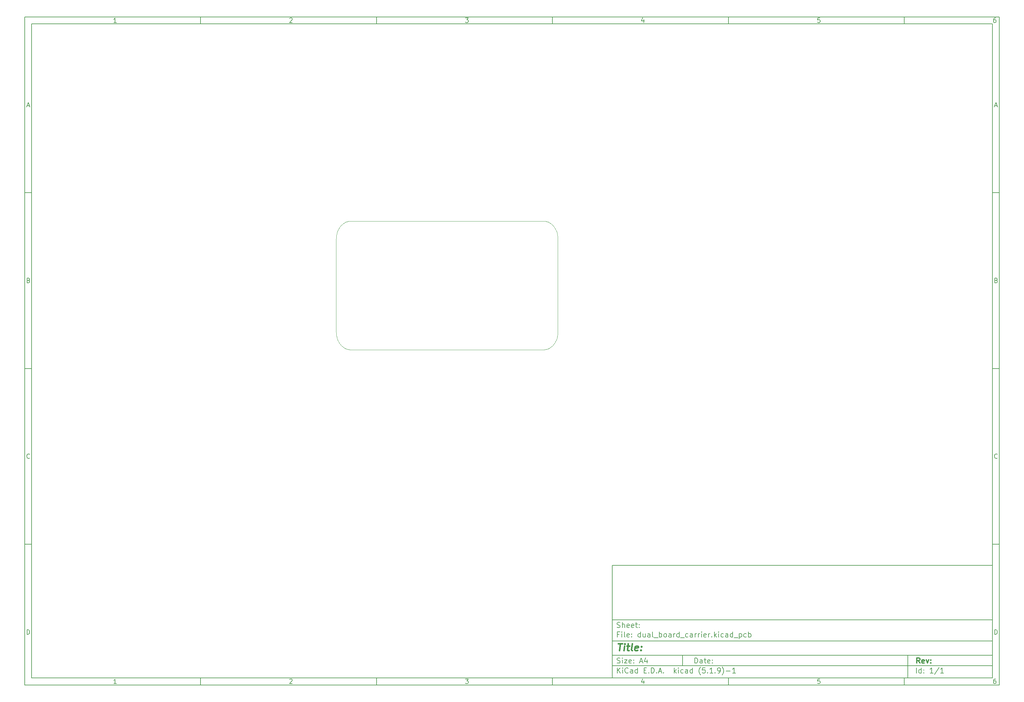
<source format=gbr>
%TF.GenerationSoftware,KiCad,Pcbnew,(5.1.9)-1*%
%TF.CreationDate,2021-01-23T10:55:32-06:00*%
%TF.ProjectId,dual_board_carrier,6475616c-5f62-46f6-9172-645f63617272,rev?*%
%TF.SameCoordinates,Original*%
%TF.FileFunction,Profile,NP*%
%FSLAX46Y46*%
G04 Gerber Fmt 4.6, Leading zero omitted, Abs format (unit mm)*
G04 Created by KiCad (PCBNEW (5.1.9)-1) date 2021-01-23 10:55:32*
%MOMM*%
%LPD*%
G01*
G04 APERTURE LIST*
%ADD10C,0.100000*%
%ADD11C,0.150000*%
%ADD12C,0.300000*%
%ADD13C,0.400000*%
%TA.AperFunction,Profile*%
%ADD14C,0.000016*%
%TD*%
%TA.AperFunction,Profile*%
%ADD15C,1.000000*%
%TD*%
G04 APERTURE END LIST*
D10*
D11*
X177002200Y-166007200D02*
X177002200Y-198007200D01*
X285002200Y-198007200D01*
X285002200Y-166007200D01*
X177002200Y-166007200D01*
D10*
D11*
X10000000Y-10000000D02*
X10000000Y-200007200D01*
X287002200Y-200007200D01*
X287002200Y-10000000D01*
X10000000Y-10000000D01*
D10*
D11*
X12000000Y-12000000D02*
X12000000Y-198007200D01*
X285002200Y-198007200D01*
X285002200Y-12000000D01*
X12000000Y-12000000D01*
D10*
D11*
X60000000Y-12000000D02*
X60000000Y-10000000D01*
D10*
D11*
X110000000Y-12000000D02*
X110000000Y-10000000D01*
D10*
D11*
X160000000Y-12000000D02*
X160000000Y-10000000D01*
D10*
D11*
X210000000Y-12000000D02*
X210000000Y-10000000D01*
D10*
D11*
X260000000Y-12000000D02*
X260000000Y-10000000D01*
D10*
D11*
X36065476Y-11588095D02*
X35322619Y-11588095D01*
X35694047Y-11588095D02*
X35694047Y-10288095D01*
X35570238Y-10473809D01*
X35446428Y-10597619D01*
X35322619Y-10659523D01*
D10*
D11*
X85322619Y-10411904D02*
X85384523Y-10350000D01*
X85508333Y-10288095D01*
X85817857Y-10288095D01*
X85941666Y-10350000D01*
X86003571Y-10411904D01*
X86065476Y-10535714D01*
X86065476Y-10659523D01*
X86003571Y-10845238D01*
X85260714Y-11588095D01*
X86065476Y-11588095D01*
D10*
D11*
X135260714Y-10288095D02*
X136065476Y-10288095D01*
X135632142Y-10783333D01*
X135817857Y-10783333D01*
X135941666Y-10845238D01*
X136003571Y-10907142D01*
X136065476Y-11030952D01*
X136065476Y-11340476D01*
X136003571Y-11464285D01*
X135941666Y-11526190D01*
X135817857Y-11588095D01*
X135446428Y-11588095D01*
X135322619Y-11526190D01*
X135260714Y-11464285D01*
D10*
D11*
X185941666Y-10721428D02*
X185941666Y-11588095D01*
X185632142Y-10226190D02*
X185322619Y-11154761D01*
X186127380Y-11154761D01*
D10*
D11*
X236003571Y-10288095D02*
X235384523Y-10288095D01*
X235322619Y-10907142D01*
X235384523Y-10845238D01*
X235508333Y-10783333D01*
X235817857Y-10783333D01*
X235941666Y-10845238D01*
X236003571Y-10907142D01*
X236065476Y-11030952D01*
X236065476Y-11340476D01*
X236003571Y-11464285D01*
X235941666Y-11526190D01*
X235817857Y-11588095D01*
X235508333Y-11588095D01*
X235384523Y-11526190D01*
X235322619Y-11464285D01*
D10*
D11*
X285941666Y-10288095D02*
X285694047Y-10288095D01*
X285570238Y-10350000D01*
X285508333Y-10411904D01*
X285384523Y-10597619D01*
X285322619Y-10845238D01*
X285322619Y-11340476D01*
X285384523Y-11464285D01*
X285446428Y-11526190D01*
X285570238Y-11588095D01*
X285817857Y-11588095D01*
X285941666Y-11526190D01*
X286003571Y-11464285D01*
X286065476Y-11340476D01*
X286065476Y-11030952D01*
X286003571Y-10907142D01*
X285941666Y-10845238D01*
X285817857Y-10783333D01*
X285570238Y-10783333D01*
X285446428Y-10845238D01*
X285384523Y-10907142D01*
X285322619Y-11030952D01*
D10*
D11*
X60000000Y-198007200D02*
X60000000Y-200007200D01*
D10*
D11*
X110000000Y-198007200D02*
X110000000Y-200007200D01*
D10*
D11*
X160000000Y-198007200D02*
X160000000Y-200007200D01*
D10*
D11*
X210000000Y-198007200D02*
X210000000Y-200007200D01*
D10*
D11*
X260000000Y-198007200D02*
X260000000Y-200007200D01*
D10*
D11*
X36065476Y-199595295D02*
X35322619Y-199595295D01*
X35694047Y-199595295D02*
X35694047Y-198295295D01*
X35570238Y-198481009D01*
X35446428Y-198604819D01*
X35322619Y-198666723D01*
D10*
D11*
X85322619Y-198419104D02*
X85384523Y-198357200D01*
X85508333Y-198295295D01*
X85817857Y-198295295D01*
X85941666Y-198357200D01*
X86003571Y-198419104D01*
X86065476Y-198542914D01*
X86065476Y-198666723D01*
X86003571Y-198852438D01*
X85260714Y-199595295D01*
X86065476Y-199595295D01*
D10*
D11*
X135260714Y-198295295D02*
X136065476Y-198295295D01*
X135632142Y-198790533D01*
X135817857Y-198790533D01*
X135941666Y-198852438D01*
X136003571Y-198914342D01*
X136065476Y-199038152D01*
X136065476Y-199347676D01*
X136003571Y-199471485D01*
X135941666Y-199533390D01*
X135817857Y-199595295D01*
X135446428Y-199595295D01*
X135322619Y-199533390D01*
X135260714Y-199471485D01*
D10*
D11*
X185941666Y-198728628D02*
X185941666Y-199595295D01*
X185632142Y-198233390D02*
X185322619Y-199161961D01*
X186127380Y-199161961D01*
D10*
D11*
X236003571Y-198295295D02*
X235384523Y-198295295D01*
X235322619Y-198914342D01*
X235384523Y-198852438D01*
X235508333Y-198790533D01*
X235817857Y-198790533D01*
X235941666Y-198852438D01*
X236003571Y-198914342D01*
X236065476Y-199038152D01*
X236065476Y-199347676D01*
X236003571Y-199471485D01*
X235941666Y-199533390D01*
X235817857Y-199595295D01*
X235508333Y-199595295D01*
X235384523Y-199533390D01*
X235322619Y-199471485D01*
D10*
D11*
X285941666Y-198295295D02*
X285694047Y-198295295D01*
X285570238Y-198357200D01*
X285508333Y-198419104D01*
X285384523Y-198604819D01*
X285322619Y-198852438D01*
X285322619Y-199347676D01*
X285384523Y-199471485D01*
X285446428Y-199533390D01*
X285570238Y-199595295D01*
X285817857Y-199595295D01*
X285941666Y-199533390D01*
X286003571Y-199471485D01*
X286065476Y-199347676D01*
X286065476Y-199038152D01*
X286003571Y-198914342D01*
X285941666Y-198852438D01*
X285817857Y-198790533D01*
X285570238Y-198790533D01*
X285446428Y-198852438D01*
X285384523Y-198914342D01*
X285322619Y-199038152D01*
D10*
D11*
X10000000Y-60000000D02*
X12000000Y-60000000D01*
D10*
D11*
X10000000Y-110000000D02*
X12000000Y-110000000D01*
D10*
D11*
X10000000Y-160000000D02*
X12000000Y-160000000D01*
D10*
D11*
X10690476Y-35216666D02*
X11309523Y-35216666D01*
X10566666Y-35588095D02*
X11000000Y-34288095D01*
X11433333Y-35588095D01*
D10*
D11*
X11092857Y-84907142D02*
X11278571Y-84969047D01*
X11340476Y-85030952D01*
X11402380Y-85154761D01*
X11402380Y-85340476D01*
X11340476Y-85464285D01*
X11278571Y-85526190D01*
X11154761Y-85588095D01*
X10659523Y-85588095D01*
X10659523Y-84288095D01*
X11092857Y-84288095D01*
X11216666Y-84350000D01*
X11278571Y-84411904D01*
X11340476Y-84535714D01*
X11340476Y-84659523D01*
X11278571Y-84783333D01*
X11216666Y-84845238D01*
X11092857Y-84907142D01*
X10659523Y-84907142D01*
D10*
D11*
X11402380Y-135464285D02*
X11340476Y-135526190D01*
X11154761Y-135588095D01*
X11030952Y-135588095D01*
X10845238Y-135526190D01*
X10721428Y-135402380D01*
X10659523Y-135278571D01*
X10597619Y-135030952D01*
X10597619Y-134845238D01*
X10659523Y-134597619D01*
X10721428Y-134473809D01*
X10845238Y-134350000D01*
X11030952Y-134288095D01*
X11154761Y-134288095D01*
X11340476Y-134350000D01*
X11402380Y-134411904D01*
D10*
D11*
X10659523Y-185588095D02*
X10659523Y-184288095D01*
X10969047Y-184288095D01*
X11154761Y-184350000D01*
X11278571Y-184473809D01*
X11340476Y-184597619D01*
X11402380Y-184845238D01*
X11402380Y-185030952D01*
X11340476Y-185278571D01*
X11278571Y-185402380D01*
X11154761Y-185526190D01*
X10969047Y-185588095D01*
X10659523Y-185588095D01*
D10*
D11*
X287002200Y-60000000D02*
X285002200Y-60000000D01*
D10*
D11*
X287002200Y-110000000D02*
X285002200Y-110000000D01*
D10*
D11*
X287002200Y-160000000D02*
X285002200Y-160000000D01*
D10*
D11*
X285692676Y-35216666D02*
X286311723Y-35216666D01*
X285568866Y-35588095D02*
X286002200Y-34288095D01*
X286435533Y-35588095D01*
D10*
D11*
X286095057Y-84907142D02*
X286280771Y-84969047D01*
X286342676Y-85030952D01*
X286404580Y-85154761D01*
X286404580Y-85340476D01*
X286342676Y-85464285D01*
X286280771Y-85526190D01*
X286156961Y-85588095D01*
X285661723Y-85588095D01*
X285661723Y-84288095D01*
X286095057Y-84288095D01*
X286218866Y-84350000D01*
X286280771Y-84411904D01*
X286342676Y-84535714D01*
X286342676Y-84659523D01*
X286280771Y-84783333D01*
X286218866Y-84845238D01*
X286095057Y-84907142D01*
X285661723Y-84907142D01*
D10*
D11*
X286404580Y-135464285D02*
X286342676Y-135526190D01*
X286156961Y-135588095D01*
X286033152Y-135588095D01*
X285847438Y-135526190D01*
X285723628Y-135402380D01*
X285661723Y-135278571D01*
X285599819Y-135030952D01*
X285599819Y-134845238D01*
X285661723Y-134597619D01*
X285723628Y-134473809D01*
X285847438Y-134350000D01*
X286033152Y-134288095D01*
X286156961Y-134288095D01*
X286342676Y-134350000D01*
X286404580Y-134411904D01*
D10*
D11*
X285661723Y-185588095D02*
X285661723Y-184288095D01*
X285971247Y-184288095D01*
X286156961Y-184350000D01*
X286280771Y-184473809D01*
X286342676Y-184597619D01*
X286404580Y-184845238D01*
X286404580Y-185030952D01*
X286342676Y-185278571D01*
X286280771Y-185402380D01*
X286156961Y-185526190D01*
X285971247Y-185588095D01*
X285661723Y-185588095D01*
D10*
D11*
X200434342Y-193785771D02*
X200434342Y-192285771D01*
X200791485Y-192285771D01*
X201005771Y-192357200D01*
X201148628Y-192500057D01*
X201220057Y-192642914D01*
X201291485Y-192928628D01*
X201291485Y-193142914D01*
X201220057Y-193428628D01*
X201148628Y-193571485D01*
X201005771Y-193714342D01*
X200791485Y-193785771D01*
X200434342Y-193785771D01*
X202577200Y-193785771D02*
X202577200Y-193000057D01*
X202505771Y-192857200D01*
X202362914Y-192785771D01*
X202077200Y-192785771D01*
X201934342Y-192857200D01*
X202577200Y-193714342D02*
X202434342Y-193785771D01*
X202077200Y-193785771D01*
X201934342Y-193714342D01*
X201862914Y-193571485D01*
X201862914Y-193428628D01*
X201934342Y-193285771D01*
X202077200Y-193214342D01*
X202434342Y-193214342D01*
X202577200Y-193142914D01*
X203077200Y-192785771D02*
X203648628Y-192785771D01*
X203291485Y-192285771D02*
X203291485Y-193571485D01*
X203362914Y-193714342D01*
X203505771Y-193785771D01*
X203648628Y-193785771D01*
X204720057Y-193714342D02*
X204577200Y-193785771D01*
X204291485Y-193785771D01*
X204148628Y-193714342D01*
X204077200Y-193571485D01*
X204077200Y-193000057D01*
X204148628Y-192857200D01*
X204291485Y-192785771D01*
X204577200Y-192785771D01*
X204720057Y-192857200D01*
X204791485Y-193000057D01*
X204791485Y-193142914D01*
X204077200Y-193285771D01*
X205434342Y-193642914D02*
X205505771Y-193714342D01*
X205434342Y-193785771D01*
X205362914Y-193714342D01*
X205434342Y-193642914D01*
X205434342Y-193785771D01*
X205434342Y-192857200D02*
X205505771Y-192928628D01*
X205434342Y-193000057D01*
X205362914Y-192928628D01*
X205434342Y-192857200D01*
X205434342Y-193000057D01*
D10*
D11*
X177002200Y-194507200D02*
X285002200Y-194507200D01*
D10*
D11*
X178434342Y-196585771D02*
X178434342Y-195085771D01*
X179291485Y-196585771D02*
X178648628Y-195728628D01*
X179291485Y-195085771D02*
X178434342Y-195942914D01*
X179934342Y-196585771D02*
X179934342Y-195585771D01*
X179934342Y-195085771D02*
X179862914Y-195157200D01*
X179934342Y-195228628D01*
X180005771Y-195157200D01*
X179934342Y-195085771D01*
X179934342Y-195228628D01*
X181505771Y-196442914D02*
X181434342Y-196514342D01*
X181220057Y-196585771D01*
X181077200Y-196585771D01*
X180862914Y-196514342D01*
X180720057Y-196371485D01*
X180648628Y-196228628D01*
X180577200Y-195942914D01*
X180577200Y-195728628D01*
X180648628Y-195442914D01*
X180720057Y-195300057D01*
X180862914Y-195157200D01*
X181077200Y-195085771D01*
X181220057Y-195085771D01*
X181434342Y-195157200D01*
X181505771Y-195228628D01*
X182791485Y-196585771D02*
X182791485Y-195800057D01*
X182720057Y-195657200D01*
X182577200Y-195585771D01*
X182291485Y-195585771D01*
X182148628Y-195657200D01*
X182791485Y-196514342D02*
X182648628Y-196585771D01*
X182291485Y-196585771D01*
X182148628Y-196514342D01*
X182077200Y-196371485D01*
X182077200Y-196228628D01*
X182148628Y-196085771D01*
X182291485Y-196014342D01*
X182648628Y-196014342D01*
X182791485Y-195942914D01*
X184148628Y-196585771D02*
X184148628Y-195085771D01*
X184148628Y-196514342D02*
X184005771Y-196585771D01*
X183720057Y-196585771D01*
X183577200Y-196514342D01*
X183505771Y-196442914D01*
X183434342Y-196300057D01*
X183434342Y-195871485D01*
X183505771Y-195728628D01*
X183577200Y-195657200D01*
X183720057Y-195585771D01*
X184005771Y-195585771D01*
X184148628Y-195657200D01*
X186005771Y-195800057D02*
X186505771Y-195800057D01*
X186720057Y-196585771D02*
X186005771Y-196585771D01*
X186005771Y-195085771D01*
X186720057Y-195085771D01*
X187362914Y-196442914D02*
X187434342Y-196514342D01*
X187362914Y-196585771D01*
X187291485Y-196514342D01*
X187362914Y-196442914D01*
X187362914Y-196585771D01*
X188077200Y-196585771D02*
X188077200Y-195085771D01*
X188434342Y-195085771D01*
X188648628Y-195157200D01*
X188791485Y-195300057D01*
X188862914Y-195442914D01*
X188934342Y-195728628D01*
X188934342Y-195942914D01*
X188862914Y-196228628D01*
X188791485Y-196371485D01*
X188648628Y-196514342D01*
X188434342Y-196585771D01*
X188077200Y-196585771D01*
X189577200Y-196442914D02*
X189648628Y-196514342D01*
X189577200Y-196585771D01*
X189505771Y-196514342D01*
X189577200Y-196442914D01*
X189577200Y-196585771D01*
X190220057Y-196157200D02*
X190934342Y-196157200D01*
X190077200Y-196585771D02*
X190577200Y-195085771D01*
X191077200Y-196585771D01*
X191577200Y-196442914D02*
X191648628Y-196514342D01*
X191577200Y-196585771D01*
X191505771Y-196514342D01*
X191577200Y-196442914D01*
X191577200Y-196585771D01*
X194577200Y-196585771D02*
X194577200Y-195085771D01*
X194720057Y-196014342D02*
X195148628Y-196585771D01*
X195148628Y-195585771D02*
X194577200Y-196157200D01*
X195791485Y-196585771D02*
X195791485Y-195585771D01*
X195791485Y-195085771D02*
X195720057Y-195157200D01*
X195791485Y-195228628D01*
X195862914Y-195157200D01*
X195791485Y-195085771D01*
X195791485Y-195228628D01*
X197148628Y-196514342D02*
X197005771Y-196585771D01*
X196720057Y-196585771D01*
X196577200Y-196514342D01*
X196505771Y-196442914D01*
X196434342Y-196300057D01*
X196434342Y-195871485D01*
X196505771Y-195728628D01*
X196577200Y-195657200D01*
X196720057Y-195585771D01*
X197005771Y-195585771D01*
X197148628Y-195657200D01*
X198434342Y-196585771D02*
X198434342Y-195800057D01*
X198362914Y-195657200D01*
X198220057Y-195585771D01*
X197934342Y-195585771D01*
X197791485Y-195657200D01*
X198434342Y-196514342D02*
X198291485Y-196585771D01*
X197934342Y-196585771D01*
X197791485Y-196514342D01*
X197720057Y-196371485D01*
X197720057Y-196228628D01*
X197791485Y-196085771D01*
X197934342Y-196014342D01*
X198291485Y-196014342D01*
X198434342Y-195942914D01*
X199791485Y-196585771D02*
X199791485Y-195085771D01*
X199791485Y-196514342D02*
X199648628Y-196585771D01*
X199362914Y-196585771D01*
X199220057Y-196514342D01*
X199148628Y-196442914D01*
X199077200Y-196300057D01*
X199077200Y-195871485D01*
X199148628Y-195728628D01*
X199220057Y-195657200D01*
X199362914Y-195585771D01*
X199648628Y-195585771D01*
X199791485Y-195657200D01*
X202077200Y-197157200D02*
X202005771Y-197085771D01*
X201862914Y-196871485D01*
X201791485Y-196728628D01*
X201720057Y-196514342D01*
X201648628Y-196157200D01*
X201648628Y-195871485D01*
X201720057Y-195514342D01*
X201791485Y-195300057D01*
X201862914Y-195157200D01*
X202005771Y-194942914D01*
X202077200Y-194871485D01*
X203362914Y-195085771D02*
X202648628Y-195085771D01*
X202577200Y-195800057D01*
X202648628Y-195728628D01*
X202791485Y-195657200D01*
X203148628Y-195657200D01*
X203291485Y-195728628D01*
X203362914Y-195800057D01*
X203434342Y-195942914D01*
X203434342Y-196300057D01*
X203362914Y-196442914D01*
X203291485Y-196514342D01*
X203148628Y-196585771D01*
X202791485Y-196585771D01*
X202648628Y-196514342D01*
X202577200Y-196442914D01*
X204077200Y-196442914D02*
X204148628Y-196514342D01*
X204077200Y-196585771D01*
X204005771Y-196514342D01*
X204077200Y-196442914D01*
X204077200Y-196585771D01*
X205577200Y-196585771D02*
X204720057Y-196585771D01*
X205148628Y-196585771D02*
X205148628Y-195085771D01*
X205005771Y-195300057D01*
X204862914Y-195442914D01*
X204720057Y-195514342D01*
X206220057Y-196442914D02*
X206291485Y-196514342D01*
X206220057Y-196585771D01*
X206148628Y-196514342D01*
X206220057Y-196442914D01*
X206220057Y-196585771D01*
X207005771Y-196585771D02*
X207291485Y-196585771D01*
X207434342Y-196514342D01*
X207505771Y-196442914D01*
X207648628Y-196228628D01*
X207720057Y-195942914D01*
X207720057Y-195371485D01*
X207648628Y-195228628D01*
X207577200Y-195157200D01*
X207434342Y-195085771D01*
X207148628Y-195085771D01*
X207005771Y-195157200D01*
X206934342Y-195228628D01*
X206862914Y-195371485D01*
X206862914Y-195728628D01*
X206934342Y-195871485D01*
X207005771Y-195942914D01*
X207148628Y-196014342D01*
X207434342Y-196014342D01*
X207577200Y-195942914D01*
X207648628Y-195871485D01*
X207720057Y-195728628D01*
X208220057Y-197157200D02*
X208291485Y-197085771D01*
X208434342Y-196871485D01*
X208505771Y-196728628D01*
X208577200Y-196514342D01*
X208648628Y-196157200D01*
X208648628Y-195871485D01*
X208577200Y-195514342D01*
X208505771Y-195300057D01*
X208434342Y-195157200D01*
X208291485Y-194942914D01*
X208220057Y-194871485D01*
X209362914Y-196014342D02*
X210505771Y-196014342D01*
X212005771Y-196585771D02*
X211148628Y-196585771D01*
X211577200Y-196585771D02*
X211577200Y-195085771D01*
X211434342Y-195300057D01*
X211291485Y-195442914D01*
X211148628Y-195514342D01*
D10*
D11*
X177002200Y-191507200D02*
X285002200Y-191507200D01*
D10*
D12*
X264411485Y-193785771D02*
X263911485Y-193071485D01*
X263554342Y-193785771D02*
X263554342Y-192285771D01*
X264125771Y-192285771D01*
X264268628Y-192357200D01*
X264340057Y-192428628D01*
X264411485Y-192571485D01*
X264411485Y-192785771D01*
X264340057Y-192928628D01*
X264268628Y-193000057D01*
X264125771Y-193071485D01*
X263554342Y-193071485D01*
X265625771Y-193714342D02*
X265482914Y-193785771D01*
X265197200Y-193785771D01*
X265054342Y-193714342D01*
X264982914Y-193571485D01*
X264982914Y-193000057D01*
X265054342Y-192857200D01*
X265197200Y-192785771D01*
X265482914Y-192785771D01*
X265625771Y-192857200D01*
X265697200Y-193000057D01*
X265697200Y-193142914D01*
X264982914Y-193285771D01*
X266197200Y-192785771D02*
X266554342Y-193785771D01*
X266911485Y-192785771D01*
X267482914Y-193642914D02*
X267554342Y-193714342D01*
X267482914Y-193785771D01*
X267411485Y-193714342D01*
X267482914Y-193642914D01*
X267482914Y-193785771D01*
X267482914Y-192857200D02*
X267554342Y-192928628D01*
X267482914Y-193000057D01*
X267411485Y-192928628D01*
X267482914Y-192857200D01*
X267482914Y-193000057D01*
D10*
D11*
X178362914Y-193714342D02*
X178577200Y-193785771D01*
X178934342Y-193785771D01*
X179077200Y-193714342D01*
X179148628Y-193642914D01*
X179220057Y-193500057D01*
X179220057Y-193357200D01*
X179148628Y-193214342D01*
X179077200Y-193142914D01*
X178934342Y-193071485D01*
X178648628Y-193000057D01*
X178505771Y-192928628D01*
X178434342Y-192857200D01*
X178362914Y-192714342D01*
X178362914Y-192571485D01*
X178434342Y-192428628D01*
X178505771Y-192357200D01*
X178648628Y-192285771D01*
X179005771Y-192285771D01*
X179220057Y-192357200D01*
X179862914Y-193785771D02*
X179862914Y-192785771D01*
X179862914Y-192285771D02*
X179791485Y-192357200D01*
X179862914Y-192428628D01*
X179934342Y-192357200D01*
X179862914Y-192285771D01*
X179862914Y-192428628D01*
X180434342Y-192785771D02*
X181220057Y-192785771D01*
X180434342Y-193785771D01*
X181220057Y-193785771D01*
X182362914Y-193714342D02*
X182220057Y-193785771D01*
X181934342Y-193785771D01*
X181791485Y-193714342D01*
X181720057Y-193571485D01*
X181720057Y-193000057D01*
X181791485Y-192857200D01*
X181934342Y-192785771D01*
X182220057Y-192785771D01*
X182362914Y-192857200D01*
X182434342Y-193000057D01*
X182434342Y-193142914D01*
X181720057Y-193285771D01*
X183077200Y-193642914D02*
X183148628Y-193714342D01*
X183077200Y-193785771D01*
X183005771Y-193714342D01*
X183077200Y-193642914D01*
X183077200Y-193785771D01*
X183077200Y-192857200D02*
X183148628Y-192928628D01*
X183077200Y-193000057D01*
X183005771Y-192928628D01*
X183077200Y-192857200D01*
X183077200Y-193000057D01*
X184862914Y-193357200D02*
X185577200Y-193357200D01*
X184720057Y-193785771D02*
X185220057Y-192285771D01*
X185720057Y-193785771D01*
X186862914Y-192785771D02*
X186862914Y-193785771D01*
X186505771Y-192214342D02*
X186148628Y-193285771D01*
X187077200Y-193285771D01*
D10*
D11*
X263434342Y-196585771D02*
X263434342Y-195085771D01*
X264791485Y-196585771D02*
X264791485Y-195085771D01*
X264791485Y-196514342D02*
X264648628Y-196585771D01*
X264362914Y-196585771D01*
X264220057Y-196514342D01*
X264148628Y-196442914D01*
X264077200Y-196300057D01*
X264077200Y-195871485D01*
X264148628Y-195728628D01*
X264220057Y-195657200D01*
X264362914Y-195585771D01*
X264648628Y-195585771D01*
X264791485Y-195657200D01*
X265505771Y-196442914D02*
X265577200Y-196514342D01*
X265505771Y-196585771D01*
X265434342Y-196514342D01*
X265505771Y-196442914D01*
X265505771Y-196585771D01*
X265505771Y-195657200D02*
X265577200Y-195728628D01*
X265505771Y-195800057D01*
X265434342Y-195728628D01*
X265505771Y-195657200D01*
X265505771Y-195800057D01*
X268148628Y-196585771D02*
X267291485Y-196585771D01*
X267720057Y-196585771D02*
X267720057Y-195085771D01*
X267577200Y-195300057D01*
X267434342Y-195442914D01*
X267291485Y-195514342D01*
X269862914Y-195014342D02*
X268577200Y-196942914D01*
X271148628Y-196585771D02*
X270291485Y-196585771D01*
X270720057Y-196585771D02*
X270720057Y-195085771D01*
X270577200Y-195300057D01*
X270434342Y-195442914D01*
X270291485Y-195514342D01*
D10*
D11*
X177002200Y-187507200D02*
X285002200Y-187507200D01*
D10*
D13*
X178714580Y-188211961D02*
X179857438Y-188211961D01*
X179036009Y-190211961D02*
X179286009Y-188211961D01*
X180274104Y-190211961D02*
X180440771Y-188878628D01*
X180524104Y-188211961D02*
X180416961Y-188307200D01*
X180500295Y-188402438D01*
X180607438Y-188307200D01*
X180524104Y-188211961D01*
X180500295Y-188402438D01*
X181107438Y-188878628D02*
X181869342Y-188878628D01*
X181476485Y-188211961D02*
X181262200Y-189926247D01*
X181333628Y-190116723D01*
X181512200Y-190211961D01*
X181702676Y-190211961D01*
X182655057Y-190211961D02*
X182476485Y-190116723D01*
X182405057Y-189926247D01*
X182619342Y-188211961D01*
X184190771Y-190116723D02*
X183988390Y-190211961D01*
X183607438Y-190211961D01*
X183428866Y-190116723D01*
X183357438Y-189926247D01*
X183452676Y-189164342D01*
X183571723Y-188973866D01*
X183774104Y-188878628D01*
X184155057Y-188878628D01*
X184333628Y-188973866D01*
X184405057Y-189164342D01*
X184381247Y-189354819D01*
X183405057Y-189545295D01*
X185155057Y-190021485D02*
X185238390Y-190116723D01*
X185131247Y-190211961D01*
X185047914Y-190116723D01*
X185155057Y-190021485D01*
X185131247Y-190211961D01*
X185286009Y-188973866D02*
X185369342Y-189069104D01*
X185262200Y-189164342D01*
X185178866Y-189069104D01*
X185286009Y-188973866D01*
X185262200Y-189164342D01*
D10*
D11*
X178934342Y-185600057D02*
X178434342Y-185600057D01*
X178434342Y-186385771D02*
X178434342Y-184885771D01*
X179148628Y-184885771D01*
X179720057Y-186385771D02*
X179720057Y-185385771D01*
X179720057Y-184885771D02*
X179648628Y-184957200D01*
X179720057Y-185028628D01*
X179791485Y-184957200D01*
X179720057Y-184885771D01*
X179720057Y-185028628D01*
X180648628Y-186385771D02*
X180505771Y-186314342D01*
X180434342Y-186171485D01*
X180434342Y-184885771D01*
X181791485Y-186314342D02*
X181648628Y-186385771D01*
X181362914Y-186385771D01*
X181220057Y-186314342D01*
X181148628Y-186171485D01*
X181148628Y-185600057D01*
X181220057Y-185457200D01*
X181362914Y-185385771D01*
X181648628Y-185385771D01*
X181791485Y-185457200D01*
X181862914Y-185600057D01*
X181862914Y-185742914D01*
X181148628Y-185885771D01*
X182505771Y-186242914D02*
X182577200Y-186314342D01*
X182505771Y-186385771D01*
X182434342Y-186314342D01*
X182505771Y-186242914D01*
X182505771Y-186385771D01*
X182505771Y-185457200D02*
X182577200Y-185528628D01*
X182505771Y-185600057D01*
X182434342Y-185528628D01*
X182505771Y-185457200D01*
X182505771Y-185600057D01*
X185005771Y-186385771D02*
X185005771Y-184885771D01*
X185005771Y-186314342D02*
X184862914Y-186385771D01*
X184577200Y-186385771D01*
X184434342Y-186314342D01*
X184362914Y-186242914D01*
X184291485Y-186100057D01*
X184291485Y-185671485D01*
X184362914Y-185528628D01*
X184434342Y-185457200D01*
X184577200Y-185385771D01*
X184862914Y-185385771D01*
X185005771Y-185457200D01*
X186362914Y-185385771D02*
X186362914Y-186385771D01*
X185720057Y-185385771D02*
X185720057Y-186171485D01*
X185791485Y-186314342D01*
X185934342Y-186385771D01*
X186148628Y-186385771D01*
X186291485Y-186314342D01*
X186362914Y-186242914D01*
X187720057Y-186385771D02*
X187720057Y-185600057D01*
X187648628Y-185457200D01*
X187505771Y-185385771D01*
X187220057Y-185385771D01*
X187077200Y-185457200D01*
X187720057Y-186314342D02*
X187577200Y-186385771D01*
X187220057Y-186385771D01*
X187077200Y-186314342D01*
X187005771Y-186171485D01*
X187005771Y-186028628D01*
X187077200Y-185885771D01*
X187220057Y-185814342D01*
X187577200Y-185814342D01*
X187720057Y-185742914D01*
X188648628Y-186385771D02*
X188505771Y-186314342D01*
X188434342Y-186171485D01*
X188434342Y-184885771D01*
X188862914Y-186528628D02*
X190005771Y-186528628D01*
X190362914Y-186385771D02*
X190362914Y-184885771D01*
X190362914Y-185457200D02*
X190505771Y-185385771D01*
X190791485Y-185385771D01*
X190934342Y-185457200D01*
X191005771Y-185528628D01*
X191077200Y-185671485D01*
X191077200Y-186100057D01*
X191005771Y-186242914D01*
X190934342Y-186314342D01*
X190791485Y-186385771D01*
X190505771Y-186385771D01*
X190362914Y-186314342D01*
X191934342Y-186385771D02*
X191791485Y-186314342D01*
X191720057Y-186242914D01*
X191648628Y-186100057D01*
X191648628Y-185671485D01*
X191720057Y-185528628D01*
X191791485Y-185457200D01*
X191934342Y-185385771D01*
X192148628Y-185385771D01*
X192291485Y-185457200D01*
X192362914Y-185528628D01*
X192434342Y-185671485D01*
X192434342Y-186100057D01*
X192362914Y-186242914D01*
X192291485Y-186314342D01*
X192148628Y-186385771D01*
X191934342Y-186385771D01*
X193720057Y-186385771D02*
X193720057Y-185600057D01*
X193648628Y-185457200D01*
X193505771Y-185385771D01*
X193220057Y-185385771D01*
X193077200Y-185457200D01*
X193720057Y-186314342D02*
X193577200Y-186385771D01*
X193220057Y-186385771D01*
X193077200Y-186314342D01*
X193005771Y-186171485D01*
X193005771Y-186028628D01*
X193077200Y-185885771D01*
X193220057Y-185814342D01*
X193577200Y-185814342D01*
X193720057Y-185742914D01*
X194434342Y-186385771D02*
X194434342Y-185385771D01*
X194434342Y-185671485D02*
X194505771Y-185528628D01*
X194577200Y-185457200D01*
X194720057Y-185385771D01*
X194862914Y-185385771D01*
X196005771Y-186385771D02*
X196005771Y-184885771D01*
X196005771Y-186314342D02*
X195862914Y-186385771D01*
X195577200Y-186385771D01*
X195434342Y-186314342D01*
X195362914Y-186242914D01*
X195291485Y-186100057D01*
X195291485Y-185671485D01*
X195362914Y-185528628D01*
X195434342Y-185457200D01*
X195577200Y-185385771D01*
X195862914Y-185385771D01*
X196005771Y-185457200D01*
X196362914Y-186528628D02*
X197505771Y-186528628D01*
X198505771Y-186314342D02*
X198362914Y-186385771D01*
X198077200Y-186385771D01*
X197934342Y-186314342D01*
X197862914Y-186242914D01*
X197791485Y-186100057D01*
X197791485Y-185671485D01*
X197862914Y-185528628D01*
X197934342Y-185457200D01*
X198077200Y-185385771D01*
X198362914Y-185385771D01*
X198505771Y-185457200D01*
X199791485Y-186385771D02*
X199791485Y-185600057D01*
X199720057Y-185457200D01*
X199577200Y-185385771D01*
X199291485Y-185385771D01*
X199148628Y-185457200D01*
X199791485Y-186314342D02*
X199648628Y-186385771D01*
X199291485Y-186385771D01*
X199148628Y-186314342D01*
X199077200Y-186171485D01*
X199077200Y-186028628D01*
X199148628Y-185885771D01*
X199291485Y-185814342D01*
X199648628Y-185814342D01*
X199791485Y-185742914D01*
X200505771Y-186385771D02*
X200505771Y-185385771D01*
X200505771Y-185671485D02*
X200577200Y-185528628D01*
X200648628Y-185457200D01*
X200791485Y-185385771D01*
X200934342Y-185385771D01*
X201434342Y-186385771D02*
X201434342Y-185385771D01*
X201434342Y-185671485D02*
X201505771Y-185528628D01*
X201577200Y-185457200D01*
X201720057Y-185385771D01*
X201862914Y-185385771D01*
X202362914Y-186385771D02*
X202362914Y-185385771D01*
X202362914Y-184885771D02*
X202291485Y-184957200D01*
X202362914Y-185028628D01*
X202434342Y-184957200D01*
X202362914Y-184885771D01*
X202362914Y-185028628D01*
X203648628Y-186314342D02*
X203505771Y-186385771D01*
X203220057Y-186385771D01*
X203077200Y-186314342D01*
X203005771Y-186171485D01*
X203005771Y-185600057D01*
X203077200Y-185457200D01*
X203220057Y-185385771D01*
X203505771Y-185385771D01*
X203648628Y-185457200D01*
X203720057Y-185600057D01*
X203720057Y-185742914D01*
X203005771Y-185885771D01*
X204362914Y-186385771D02*
X204362914Y-185385771D01*
X204362914Y-185671485D02*
X204434342Y-185528628D01*
X204505771Y-185457200D01*
X204648628Y-185385771D01*
X204791485Y-185385771D01*
X205291485Y-186242914D02*
X205362914Y-186314342D01*
X205291485Y-186385771D01*
X205220057Y-186314342D01*
X205291485Y-186242914D01*
X205291485Y-186385771D01*
X206005771Y-186385771D02*
X206005771Y-184885771D01*
X206148628Y-185814342D02*
X206577200Y-186385771D01*
X206577200Y-185385771D02*
X206005771Y-185957200D01*
X207220057Y-186385771D02*
X207220057Y-185385771D01*
X207220057Y-184885771D02*
X207148628Y-184957200D01*
X207220057Y-185028628D01*
X207291485Y-184957200D01*
X207220057Y-184885771D01*
X207220057Y-185028628D01*
X208577200Y-186314342D02*
X208434342Y-186385771D01*
X208148628Y-186385771D01*
X208005771Y-186314342D01*
X207934342Y-186242914D01*
X207862914Y-186100057D01*
X207862914Y-185671485D01*
X207934342Y-185528628D01*
X208005771Y-185457200D01*
X208148628Y-185385771D01*
X208434342Y-185385771D01*
X208577200Y-185457200D01*
X209862914Y-186385771D02*
X209862914Y-185600057D01*
X209791485Y-185457200D01*
X209648628Y-185385771D01*
X209362914Y-185385771D01*
X209220057Y-185457200D01*
X209862914Y-186314342D02*
X209720057Y-186385771D01*
X209362914Y-186385771D01*
X209220057Y-186314342D01*
X209148628Y-186171485D01*
X209148628Y-186028628D01*
X209220057Y-185885771D01*
X209362914Y-185814342D01*
X209720057Y-185814342D01*
X209862914Y-185742914D01*
X211220057Y-186385771D02*
X211220057Y-184885771D01*
X211220057Y-186314342D02*
X211077200Y-186385771D01*
X210791485Y-186385771D01*
X210648628Y-186314342D01*
X210577200Y-186242914D01*
X210505771Y-186100057D01*
X210505771Y-185671485D01*
X210577200Y-185528628D01*
X210648628Y-185457200D01*
X210791485Y-185385771D01*
X211077200Y-185385771D01*
X211220057Y-185457200D01*
X211577200Y-186528628D02*
X212720057Y-186528628D01*
X213077200Y-185385771D02*
X213077200Y-186885771D01*
X213077200Y-185457200D02*
X213220057Y-185385771D01*
X213505771Y-185385771D01*
X213648628Y-185457200D01*
X213720057Y-185528628D01*
X213791485Y-185671485D01*
X213791485Y-186100057D01*
X213720057Y-186242914D01*
X213648628Y-186314342D01*
X213505771Y-186385771D01*
X213220057Y-186385771D01*
X213077200Y-186314342D01*
X215077200Y-186314342D02*
X214934342Y-186385771D01*
X214648628Y-186385771D01*
X214505771Y-186314342D01*
X214434342Y-186242914D01*
X214362914Y-186100057D01*
X214362914Y-185671485D01*
X214434342Y-185528628D01*
X214505771Y-185457200D01*
X214648628Y-185385771D01*
X214934342Y-185385771D01*
X215077200Y-185457200D01*
X215720057Y-186385771D02*
X215720057Y-184885771D01*
X215720057Y-185457200D02*
X215862914Y-185385771D01*
X216148628Y-185385771D01*
X216291485Y-185457200D01*
X216362914Y-185528628D01*
X216434342Y-185671485D01*
X216434342Y-186100057D01*
X216362914Y-186242914D01*
X216291485Y-186314342D01*
X216148628Y-186385771D01*
X215862914Y-186385771D01*
X215720057Y-186314342D01*
D10*
D11*
X177002200Y-181507200D02*
X285002200Y-181507200D01*
D10*
D11*
X178362914Y-183614342D02*
X178577200Y-183685771D01*
X178934342Y-183685771D01*
X179077200Y-183614342D01*
X179148628Y-183542914D01*
X179220057Y-183400057D01*
X179220057Y-183257200D01*
X179148628Y-183114342D01*
X179077200Y-183042914D01*
X178934342Y-182971485D01*
X178648628Y-182900057D01*
X178505771Y-182828628D01*
X178434342Y-182757200D01*
X178362914Y-182614342D01*
X178362914Y-182471485D01*
X178434342Y-182328628D01*
X178505771Y-182257200D01*
X178648628Y-182185771D01*
X179005771Y-182185771D01*
X179220057Y-182257200D01*
X179862914Y-183685771D02*
X179862914Y-182185771D01*
X180505771Y-183685771D02*
X180505771Y-182900057D01*
X180434342Y-182757200D01*
X180291485Y-182685771D01*
X180077200Y-182685771D01*
X179934342Y-182757200D01*
X179862914Y-182828628D01*
X181791485Y-183614342D02*
X181648628Y-183685771D01*
X181362914Y-183685771D01*
X181220057Y-183614342D01*
X181148628Y-183471485D01*
X181148628Y-182900057D01*
X181220057Y-182757200D01*
X181362914Y-182685771D01*
X181648628Y-182685771D01*
X181791485Y-182757200D01*
X181862914Y-182900057D01*
X181862914Y-183042914D01*
X181148628Y-183185771D01*
X183077200Y-183614342D02*
X182934342Y-183685771D01*
X182648628Y-183685771D01*
X182505771Y-183614342D01*
X182434342Y-183471485D01*
X182434342Y-182900057D01*
X182505771Y-182757200D01*
X182648628Y-182685771D01*
X182934342Y-182685771D01*
X183077200Y-182757200D01*
X183148628Y-182900057D01*
X183148628Y-183042914D01*
X182434342Y-183185771D01*
X183577200Y-182685771D02*
X184148628Y-182685771D01*
X183791485Y-182185771D02*
X183791485Y-183471485D01*
X183862914Y-183614342D01*
X184005771Y-183685771D01*
X184148628Y-183685771D01*
X184648628Y-183542914D02*
X184720057Y-183614342D01*
X184648628Y-183685771D01*
X184577200Y-183614342D01*
X184648628Y-183542914D01*
X184648628Y-183685771D01*
X184648628Y-182757200D02*
X184720057Y-182828628D01*
X184648628Y-182900057D01*
X184577200Y-182828628D01*
X184648628Y-182757200D01*
X184648628Y-182900057D01*
D10*
D11*
X197002200Y-191507200D02*
X197002200Y-194507200D01*
D10*
D11*
X261002200Y-191507200D02*
X261002200Y-198007200D01*
D14*
X161530252Y-73156022D02*
X161530252Y-99564110D01*
X157452500Y-68072132D02*
X157662336Y-68078747D01*
X157662336Y-68078747D02*
X157869419Y-68098380D01*
X157869419Y-68098380D02*
X158073491Y-68130711D01*
X158073491Y-68130711D02*
X158274297Y-68175420D01*
X158274297Y-68175420D02*
X158471579Y-68232189D01*
X158471579Y-68232189D02*
X158665083Y-68300698D01*
X158665083Y-68300698D02*
X158854551Y-68380627D01*
X158854551Y-68380627D02*
X159039727Y-68471657D01*
X159039727Y-68471657D02*
X159220356Y-68573468D01*
X159220356Y-68573468D02*
X159396180Y-68685741D01*
X159396180Y-68685741D02*
X159566944Y-68808156D01*
X159566944Y-68808156D02*
X159732391Y-68940395D01*
X159732391Y-68940395D02*
X159892266Y-69082137D01*
X159892266Y-69082137D02*
X160046311Y-69233063D01*
X160046311Y-69233063D02*
X160194271Y-69392854D01*
X160194271Y-69392854D02*
X160335890Y-69561189D01*
X160335890Y-69561189D02*
X160470911Y-69737751D01*
X160470911Y-69737751D02*
X160599078Y-69922219D01*
X160599078Y-69922219D02*
X160720134Y-70114273D01*
X160720134Y-70114273D02*
X160833825Y-70313595D01*
X160833825Y-70313595D02*
X160939892Y-70519864D01*
X160939892Y-70519864D02*
X161038081Y-70732762D01*
X161038081Y-70732762D02*
X161128134Y-70951969D01*
X161128134Y-70951969D02*
X161209796Y-71177166D01*
X161209796Y-71177166D02*
X161282810Y-71408032D01*
X161282810Y-71408032D02*
X161346920Y-71644249D01*
X161346920Y-71644249D02*
X161401871Y-71885497D01*
X161401871Y-71885497D02*
X161447404Y-72131456D01*
X161447404Y-72131456D02*
X161483266Y-72381808D01*
X161483266Y-72381808D02*
X161509198Y-72636232D01*
X161509198Y-72636232D02*
X161524945Y-72894410D01*
X161524945Y-72894410D02*
X161530252Y-73156022D01*
X161530252Y-99564110D02*
X161524945Y-99825705D01*
X161524945Y-99825705D02*
X161509198Y-100083870D01*
X161509198Y-100083870D02*
X161483266Y-100338282D01*
X161483266Y-100338282D02*
X161447404Y-100588624D01*
X161447404Y-100588624D02*
X161401871Y-100834576D01*
X161401871Y-100834576D02*
X161346920Y-101075817D01*
X161346920Y-101075817D02*
X161282810Y-101312029D01*
X161282810Y-101312029D02*
X161209796Y-101542892D01*
X161209796Y-101542892D02*
X161128134Y-101768085D01*
X161128134Y-101768085D02*
X161038081Y-101987291D01*
X161038081Y-101987291D02*
X160939892Y-102200189D01*
X160939892Y-102200189D02*
X160833825Y-102406459D01*
X160833825Y-102406459D02*
X160720134Y-102605783D01*
X160720134Y-102605783D02*
X160599078Y-102797840D01*
X160599078Y-102797840D02*
X160470911Y-102982311D01*
X160470911Y-102982311D02*
X160335890Y-103158876D01*
X160335890Y-103158876D02*
X160194271Y-103327216D01*
X160194271Y-103327216D02*
X160046311Y-103487012D01*
X160046311Y-103487012D02*
X159892266Y-103637943D01*
X159892266Y-103637943D02*
X159732391Y-103779690D01*
X159732391Y-103779690D02*
X159566944Y-103911934D01*
X159566944Y-103911934D02*
X159396180Y-104034355D01*
X159396180Y-104034355D02*
X159220356Y-104146633D01*
X159220356Y-104146633D02*
X159039727Y-104248450D01*
X159039727Y-104248450D02*
X158854551Y-104339485D01*
X158854551Y-104339485D02*
X158665083Y-104419418D01*
X158665083Y-104419418D02*
X158471579Y-104487931D01*
X158471579Y-104487931D02*
X158274297Y-104544703D01*
X158274297Y-104544703D02*
X158073491Y-104589416D01*
X158073491Y-104589416D02*
X157869419Y-104621749D01*
X157869419Y-104621749D02*
X157662336Y-104641384D01*
X157662336Y-104641384D02*
X157452500Y-104648000D01*
X98538247Y-73156022D02*
X98543553Y-72894410D01*
X98543553Y-72894410D02*
X98559300Y-72636232D01*
X98559300Y-72636232D02*
X98585232Y-72381808D01*
X98585232Y-72381808D02*
X98621094Y-72131456D01*
X98621094Y-72131456D02*
X98666627Y-71885497D01*
X98666627Y-71885497D02*
X98721578Y-71644249D01*
X98721578Y-71644249D02*
X98785688Y-71408032D01*
X98785688Y-71408032D02*
X98858702Y-71177166D01*
X98858702Y-71177166D02*
X98940364Y-70951969D01*
X98940364Y-70951969D02*
X99030417Y-70732762D01*
X99030417Y-70732762D02*
X99128606Y-70519864D01*
X99128606Y-70519864D02*
X99234673Y-70313595D01*
X99234673Y-70313595D02*
X99348364Y-70114273D01*
X99348364Y-70114273D02*
X99469420Y-69922219D01*
X99469420Y-69922219D02*
X99597587Y-69737751D01*
X99597587Y-69737751D02*
X99732608Y-69561189D01*
X99732608Y-69561189D02*
X99874227Y-69392854D01*
X99874227Y-69392854D02*
X100022187Y-69233063D01*
X100022187Y-69233063D02*
X100176232Y-69082137D01*
X100176232Y-69082137D02*
X100336107Y-68940395D01*
X100336107Y-68940395D02*
X100501554Y-68808156D01*
X100501554Y-68808156D02*
X100672318Y-68685741D01*
X100672318Y-68685741D02*
X100848143Y-68573468D01*
X100848143Y-68573468D02*
X101028771Y-68471657D01*
X101028771Y-68471657D02*
X101213948Y-68380627D01*
X101213948Y-68380627D02*
X101403416Y-68300698D01*
X101403416Y-68300698D02*
X101596919Y-68232189D01*
X101596919Y-68232189D02*
X101794202Y-68175420D01*
X101794202Y-68175420D02*
X101995007Y-68130711D01*
X101995007Y-68130711D02*
X102199080Y-68098380D01*
X102199080Y-68098380D02*
X102406162Y-68078747D01*
X102406162Y-68078747D02*
X102616000Y-68072132D01*
X98538247Y-99564110D02*
X98538247Y-73156022D01*
X102616000Y-68072132D02*
X157452500Y-68072132D01*
X157452500Y-104648000D02*
X102616000Y-104648000D01*
X102616000Y-104648000D02*
X102406162Y-104641384D01*
X102406162Y-104641384D02*
X102199080Y-104621749D01*
X102199080Y-104621749D02*
X101995007Y-104589416D01*
X101995007Y-104589416D02*
X101794202Y-104544703D01*
X101794202Y-104544703D02*
X101596919Y-104487931D01*
X101596919Y-104487931D02*
X101403416Y-104419418D01*
X101403416Y-104419418D02*
X101213948Y-104339485D01*
X101213948Y-104339485D02*
X101028771Y-104248450D01*
X101028771Y-104248450D02*
X100848143Y-104146633D01*
X100848143Y-104146633D02*
X100672318Y-104034355D01*
X100672318Y-104034355D02*
X100501554Y-103911934D01*
X100501554Y-103911934D02*
X100336107Y-103779690D01*
X100336107Y-103779690D02*
X100176232Y-103637943D01*
X100176232Y-103637943D02*
X100022187Y-103487012D01*
X100022187Y-103487012D02*
X99874227Y-103327216D01*
X99874227Y-103327216D02*
X99732608Y-103158876D01*
X99732608Y-103158876D02*
X99597587Y-102982311D01*
X99597587Y-102982311D02*
X99469420Y-102797840D01*
X99469420Y-102797840D02*
X99348364Y-102605783D01*
X99348364Y-102605783D02*
X99234673Y-102406459D01*
X99234673Y-102406459D02*
X99128606Y-102200189D01*
X99128606Y-102200189D02*
X99030417Y-101987291D01*
X99030417Y-101987291D02*
X98940364Y-101768085D01*
X98940364Y-101768085D02*
X98858702Y-101542892D01*
X98858702Y-101542892D02*
X98785688Y-101312029D01*
X98785688Y-101312029D02*
X98721578Y-101075817D01*
X98721578Y-101075817D02*
X98666627Y-100834576D01*
X98666627Y-100834576D02*
X98621094Y-100588624D01*
X98621094Y-100588624D02*
X98585232Y-100338282D01*
X98585232Y-100338282D02*
X98559300Y-100083870D01*
X98559300Y-100083870D02*
X98543553Y-99825705D01*
X98543553Y-99825705D02*
X98538247Y-99564110D01*
D15*
M02*

</source>
